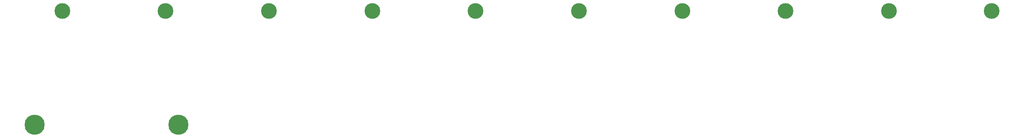
<source format=gbr>
%TF.GenerationSoftware,KiCad,Pcbnew,9.0.0*%
%TF.CreationDate,2025-04-14T19:01:04-07:00*%
%TF.ProjectId,solenoid_10,736f6c65-6e6f-4696-945f-31302e6b6963,rev?*%
%TF.SameCoordinates,Original*%
%TF.FileFunction,NonPlated,1,4,NPTH,Drill*%
%TF.FilePolarity,Positive*%
%FSLAX46Y46*%
G04 Gerber Fmt 4.6, Leading zero omitted, Abs format (unit mm)*
G04 Created by KiCad (PCBNEW 9.0.0) date 2025-04-14 19:01:04*
%MOMM*%
%LPD*%
G01*
G04 APERTURE LIST*
%TA.AperFunction,ComponentDrill*%
%ADD10C,3.500000*%
%TD*%
%TA.AperFunction,ComponentDrill*%
%ADD11C,4.500000*%
%TD*%
G04 APERTURE END LIST*
D10*
%TO.C,H1*%
X120182000Y-77609000D03*
%TO.C,H2*%
X143182001Y-77609000D03*
%TO.C,H3*%
X166182001Y-77609000D03*
%TO.C,H4*%
X189182001Y-77609000D03*
%TO.C,H5*%
X212182001Y-77609000D03*
%TO.C,H6*%
X235182001Y-77609000D03*
%TO.C,H7*%
X258182001Y-77609000D03*
%TO.C,H8*%
X281182001Y-77609000D03*
%TO.C,H9*%
X304182001Y-77609000D03*
%TO.C,H10*%
X327057001Y-77609000D03*
D11*
%TO.C,H11*%
X114000000Y-103000000D03*
%TO.C,H12*%
X146000000Y-103000000D03*
M02*

</source>
